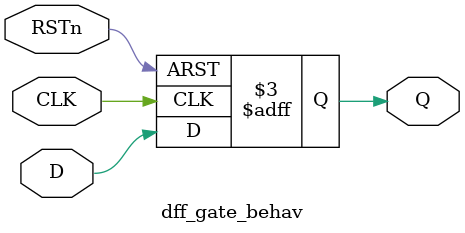
<source format=v>
`timescale 1ns / 1ps


module dff_gate_behav(
    input wire D,
    input wire CLK,
    input wire RSTn,
    output reg Q
    );
    
    always @(posedge CLK or negedge RSTn) begin
        if(!RSTn) begin
            Q <= 0;
        end
        else begin
            Q <= D;
        end
    end
endmodule

</source>
